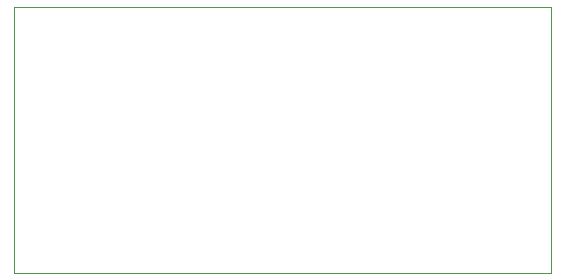
<source format=gbr>
%TF.GenerationSoftware,KiCad,Pcbnew,(6.0.2)*%
%TF.CreationDate,2022-02-27T22:40:51+08:00*%
%TF.ProjectId,PlantCare,506c616e-7443-4617-9265-2e6b69636164,rev?*%
%TF.SameCoordinates,Original*%
%TF.FileFunction,Profile,NP*%
%FSLAX46Y46*%
G04 Gerber Fmt 4.6, Leading zero omitted, Abs format (unit mm)*
G04 Created by KiCad (PCBNEW (6.0.2)) date 2022-02-27 22:40:51*
%MOMM*%
%LPD*%
G01*
G04 APERTURE LIST*
%TA.AperFunction,Profile*%
%ADD10C,0.100000*%
%TD*%
G04 APERTURE END LIST*
D10*
X106190000Y-88520000D02*
X151650000Y-88520000D01*
X151650000Y-88520000D02*
X151650000Y-110980000D01*
X151650000Y-110980000D02*
X106190000Y-110980000D01*
X106190000Y-110980000D02*
X106190000Y-88520000D01*
M02*

</source>
